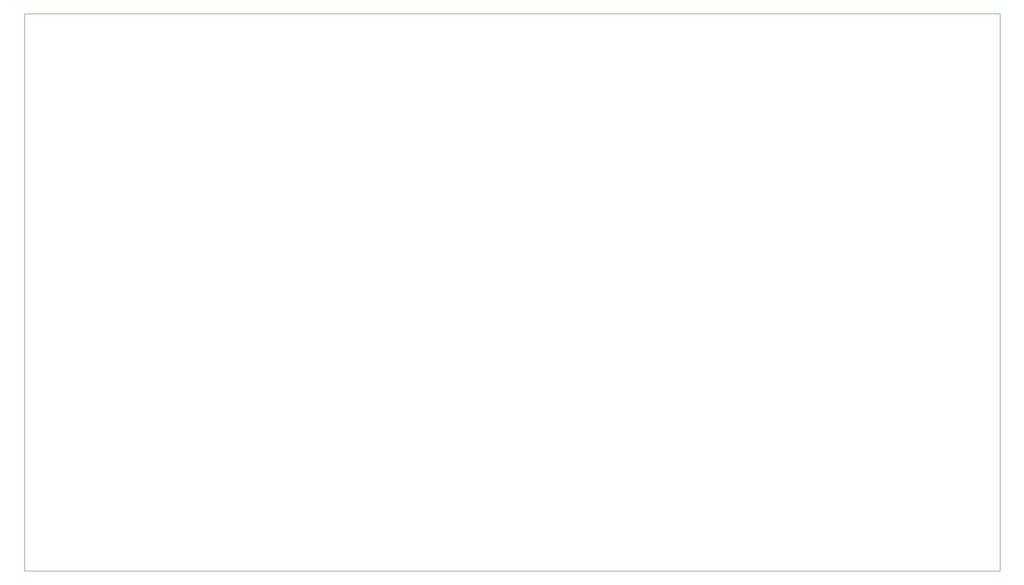
<source format=gbr>
%TF.GenerationSoftware,Altium Limited,Altium Designer,18.1.9 (240)*%
G04 Layer_Color=0*
%FSLAX26Y26*%
%MOIN*%
%TF.FileFunction,Profile,NP*%
%TF.Part,Single*%
G01*
G75*
%TA.AperFunction,Profile*%
%ADD92C,0.001000*%
D92*
X6889764D01*
Y3937008D01*
X0Y3937008D01*
Y0D01*
%TF.MD5,002bc54965a9200b1419b1f2d4bc3c39*%
M02*

</source>
